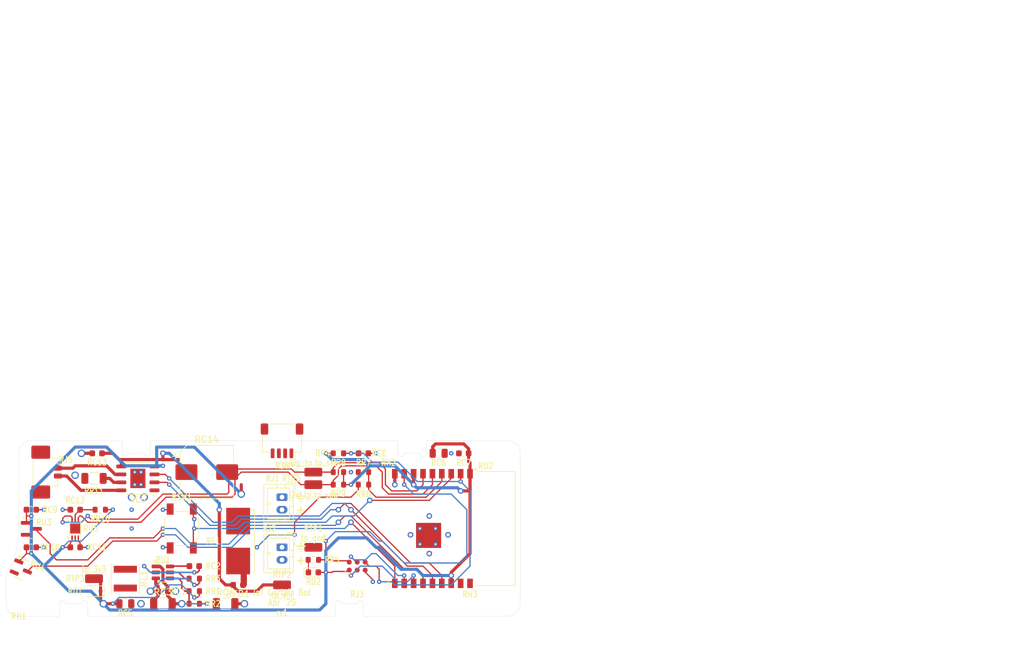
<source format=kicad_pcb>
(kicad_pcb (version 20240108) (generator "pcbnew") (generator_version "8.0")
  (layers (0 "F.Cu" signal "Front") (31 "B.Cu" signal "Back") (34 "B.Paste" user) (35 "F.Paste" user) (36 "B.SilkS" user "B.Silkscreen") (37 "F.SilkS" user "F.Silkscreen") (38 "B.Mask" user) (39 "F.Mask" user) (44 "Edge.Cuts" user))
  (net 0 "")
  (net 1 "Rgnd")
  (net 2 "Rvin")
  (net 3 "Rv3v3")
  (net 4 "Rdrv.ic.isen")
  (net 5 "Rreg_3v3.fb.output")
  (net 6 "Rreg_3v3.en_res.b")
  (net 7 "Rvin_sense.output")
  (net 8 "Rledr.res.a")
  (net 9 "Rmcu.program_boot_node")
  (net 10 "Rmcu.program_en_node")
  (net 11 "Rals.dvi_res.b")
  (net 12 "Rdrv.in2")
  (net 13 "Rsw.out")
  (net 14 "Rmcu.program_uart_node.a_tx")
  (net 15 "Renca.out")
  (net 16 "Rencb.out")
  (net 17 "Rdrv.in1")
  (net 18 "Rmcu.program_uart_node.b_tx")
  (net 19 "Rreg_3v3.boot_cap.pos")
  (net 20 "Rreg_3v3.boot_cap.neg")
  (net 21 "Rdrv.out1")
  (net 22 "Rdrv.out2")
  (net 23 "Rvin_raw")
  (net 24 "Ri2c_chain_0.sda")
  (net 25 "Ri2c_chain_0.scl")
  (net 26 "Rfuse.pwr_out")
  (footprint "edg:TestPoint_TE_RCT_0805" (layer "F.Cu") (at 111 109)
    (property "Reference" "RTP2")
    (property "Value" "tp_vin")
  )
  (footprint "Capacitor_SMD:C_0603_1608Metric" (layer "F.Cu") (at 140 88 180)
    (property "Reference" "RC7")
    (property "Value" "mcu.vcc_cap1")
  )
  (footprint "Package_TO_SOT_SMD:HVSOF6" (layer "F.Cu") (at 78 100 90)
    (property "Reference" "RU5")
    (property "Value" "als.ic")
  )
  (footprint "Package_TO_SOT_SMD:SOT-23-6" (layer "F.Cu") (at 92 107)
    (property "Reference" "RU1")
    (property "Value" "reg_3v3.ic")
  )
  (footprint "Inductor_SMD:L_0603_1608Metric" (layer "F.Cu") (at 104 109 180)
    (property "Reference" "RFB1")
    (property "Value" "ferrite")
  )
  (footprint "Resistor_SMD:R_0603_1608Metric" (layer "F.Cu") (at 116 105)
    (property "Reference" "RR5")
    (property "Value" "ledr.res")
  )
  (footprint "Resistor_SMD:R_0603_1608Metric" (layer "F.Cu") (at 124 91 180)
    (property "Reference" "RR7")
    (property "Value" "vin_sense.bottom_res")
  )
  (footprint "Resistor_SMD:R_0603_1608Metric" (layer "F.Cu") (at 120 93 180)
    (property "Reference" "RR9")
    (property "Value" "i2c_pull.sda_res")
  )
  (footprint "Fuse:Fuseholder_Littelfuse_Nano2_154x" (layer "F.Cu") (at 104 102 -90)
    (property "Reference" "RF1")
    (property "Value" "fuse")
  )
  (footprint "Capacitor_SMD:C_0603_1608Metric" (layer "F.Cu") (at 97 106)
    (property "Reference" "RC2")
    (property "Value" "reg_3v3.boot_cap")
  )
  (footprint "edg:JlcToolingHole_1.152mm" (layer "F.Cu") (at 141 112)
    (property "Reference" "RH3")
    (property "Value" "jlc_th.th3")
  )
  (footprint "Resistor_SMD:R_0603_1608Metric" (layer "F.Cu") (at 82 97 180)
    (property "Reference" "RR10")
    (property "Value" "als.dvi_res")
  )
  (footprint "Capacitor_SMD:C_0603_1608Metric" (layer "F.Cu") (at 124 88)
    (property "Reference" "RC8")
    (property "Value" "mcu.en_pull.c")
  )
  (footprint "Resistor_SMD:R_0603_1608Metric" (layer "F.Cu") (at 120 91 180)
    (property "Reference" "RR8")
    (property "Value" "i2c_pull.scl_res")
  )
  (footprint "Connector_Molex:Molex_PicoBlade_53398-0271_1x02-1MP_P1.25mm_Vertical" (layer "F.Cu") (at 74 91 -90)
    (property "Reference" "RJ5")
    (property "Value" "motor")
  )
  (footprint "RF_Module:ESP-WROOM-02" (layer "F.Cu") (at 135 100 -90)
    (property "Reference" "RU2")
    (property "Value" "mcu.ic")
  )
  (footprint "Capacitor_SMD:C_0603_1608Metric" (layer "F.Cu") (at 71 97)
    (property "Reference" "RC9")
    (property "Value" "enca.cin")
  )
  (footprint "Capacitor_SMD:C_0603_1608Metric" (layer "F.Cu") (at 78 103)
    (property "Reference" "RC11")
    (property "Value" "als.vcc_cap")
  )
  (footprint "Capacitor_SMD:C_0603_1608Metric" (layer "F.Cu") (at 81.5 88 180)
    (property "Reference" "RC13")
    (property "Value" "drv.vm_cap0")
  )
  (footprint "Resistor_SMD:R_0603_1608Metric" (layer "F.Cu") (at 97 108 180)
    (property "Reference" "RR3")
    (property "Value" "reg_3v3.en_res")
  )
  (footprint "Resistor_SMD:R_0603_1608Metric" (layer "F.Cu") (at 120 88)
    (property "Reference" "RR4")
    (property "Value" "mcu.en_pull.r")
  )
  (footprint "Button_Switch_SMD:SW_SPST_SKQG_WithoutStem" (layer "F.Cu") (at 95 100 -90)
    (property "Reference" "RSW1")
    (property "Value" "sw")
  )
  (footprint "Diode_SMD:D_SOD-323" (layer "F.Cu") (at 81 110 180)
    (property "Reference" "RD1")
    (property "Value" "prot_3v3")
  )
  (footprint "Connector:Tag-Connect_TC2030-IDC-FP_2x03_P1.27mm_Vertical" (layer "F.Cu") (at 123 106)
    (property "Reference" "RJ3")
    (property "Value" "mcu.prog")
  )
  (footprint "Capacitor_SMD:C_0805_2012Metric" (layer "F.Cu") (at 86 112)
    (property "Reference" "RC5")
    (property "Value" "reg_3v3.power_path.out_cap")
  )
  (footprint "Connector_JST:JST_SH_SM04B-SRSS-TB_1x04-1MP_P1.00mm_Horizontal" (layer "F.Cu") (at 111 86 180)
    (property "Reference" "RJ4")
    (property "Value" "qwiic")
  )
  (footprint "Resistor_SMD:R_0603_1608Metric" (layer "F.Cu") (at 124 93)
    (property "Reference" "RR6")
    (property "Value" "vin_sense.top_res")
  )
  (footprint "edg:TestPoint_TE_RCT_0805" (layer "F.Cu") (at 81 108)
    (property "Reference" "RTP3")
    (property "Value" "tp_3v3")
  )
  (footprint "edg:JlcToolingHole_1.152mm" (layer "F.Cu") (at 128 88)
    (property "Reference" "RH2")
    (property "Value" "jlc_th.th2")
  )
  (footprint "Capacitor_SMD:C_0603_1608Metric" (layer "F.Cu") (at 92 110)
    (property "Reference" "RC1")
    (property "Value" "reg_3v3.hf_in_cap")
  )
  (footprint "Capacitor_SMD:C_1206_3216Metric" (layer "F.Cu") (at 102 112)
    (property "Reference" "RC4")
    (property "Value" "reg_3v3.power_path.in_cap.c[1]")
  )
  (footprint "Capacitor_SMD:C_0603_1608Metric" (layer "F.Cu") (at 78 97 180)
    (property "Reference" "RC12")
    (property "Value" "als.dvi_cap")
  )
  (footprint "edg:JlcToolingHole_1.152mm" (layer "F.Cu") (at 69 112)
    (property "Reference" "RH1")
    (property "Value" "jlc_th.th1")
  )
  (footprint "edg:TestPoint_TE_RCT_0805" (layer "F.Cu") (at 116 91)
    (property "Reference" "RTP4")
    (property "Value" "i2c_tp.tp_scl")
  )
  (footprint "edg:TestPoint_TE_RCT_0805" (layer "F.Cu") (at 116 103)
    (property "Reference" "RTP1")
    (property "Value" "tp_gnd")
  )
  (footprint "Connector_JST:JST_PH_B2B-PH-K_1x02_P2.00mm_Vertical" (layer "F.Cu") (at 111 95 -90)
    (property "Reference" "RJ1")
    (property "Value" "pwr")
  )
  (footprint "LED_SMD:LED_0603_1608Metric" (layer "F.Cu") (at 116 107)
    (property "Reference" "RD2")
    (property "Value" "ledr.package")
  )
  (footprint "Capacitor_SMD:CP_Elec_8x10" (layer "F.Cu") (at 99 91)
    (property "Reference" "RC14")
    (property "Value" "drv.vm_cap1")
  )
  (footprint "Capacitor_SMD:C_1206_3216Metric" (layer "F.Cu") (at 92 112)
    (property "Reference" "RC3")
    (property "Value" "reg_3v3.power_path.in_cap.c[0]")
  )
  (footprint "Inductor_SMD:L_Sunlord_SWPA4030S" (layer "F.Cu") (at 86 108 -90)
    (property "Reference" "RL1")
    (property "Value" "reg_3v3.power_path.inductor")
  )
  (footprint "edg:TestPoint_TE_RCT_0805" (layer "F.Cu") (at 116 93)
    (property "Reference" "RTP5")
    (property "Value" "i2c_tp.tp_sda")
  )
  (footprint "Package_SO:HSOP-8-1EP_3.9x4.9mm_P1.27mm_EP2.41x3.1mm" (layer "F.Cu") (at 88 92 180)
    (property "Reference" "RU6")
    (property "Value" "drv.ic")
  )
  (footprint "Resistor_SMD:R_0603_1608Metric" (layer "F.Cu") (at 97 112)
    (property "Reference" "RR2")
    (property "Value" "reg_3v3.fb.bottom_res")
  )
  (footprint "Connector_JST:JST_PH_B2B-PH-K_1x02_P2.00mm_Vertical" (layer "F.Cu") (at 111 103 -90)
    (property "Reference" "RJ2")
    (property "Value" "pwr_out")
  )
  (footprint "Capacitor_SMD:C_0603_1608Metric" (layer "F.Cu") (at 71 103)
    (property "Reference" "RC10")
    (property "Value" "encb.cin")
  )
  (footprint "Capacitor_SMD:C_0805_2012Metric" (layer "F.Cu") (at 136 88)
    (property "Reference" "RC6")
    (property "Value" "mcu.vcc_cap0")
  )
  (footprint "Resistor_SMD:R_1206_3216Metric" (layer "F.Cu") (at 81 92)
    (property "Reference" "RR11")
    (property "Value" "drv.isen_res")
  )
  (footprint "Resistor_SMD:R_0603_1608Metric" (layer "F.Cu") (at 97 110 180)
    (property "Reference" "RR1")
    (property "Value" "reg_3v3.fb.top_res")
  )
  (footprint "Package_TO_SOT_SMD:SOT-23" (layer "F.Cu") (at 71 100.05)
    (property "Reference" "RU3")
    (property "Value" "enca.ic")
  )
  (footprint "Package_TO_SOT_SMD:SOT-23" (layer "F.Cu") (at 69.5 106.5 -22.5)
    (property "Reference" "RU4")
    (property "Value" "encb.ic")
  )
  (gr_arc (start 147 86) (mid 148.414214 86.585786) (end 149 88) (stroke (width 0.0381)) (layer "Edge.Cuts"))
  (gr_line (start 80 112) (end 80 114) (stroke (width 0.0381)) (layer "Edge.Cuts"))
  (gr_arc (start 69 114) (mid 67.585786 113.414214) (end 67 112) (stroke (width 0.0381)) (layer "Edge.Cuts"))
  (gr_line (start 124 114) (end 147 114) (stroke (width 0.0381)) (layer "Edge.Cuts"))
  (gr_line (start 119.5 112) (end 119.5 114) (stroke (width 0.0381)) (layer "Edge.Cuts"))
  (gr_line (start 75.5 112) (end 75.5 114) (stroke (width 0.0381)) (layer "Edge.Cuts"))
  (gr_line (start 149 88) (end 149 112) (stroke (width 0.0381)) (layer "Edge.Cuts"))
  (gr_line (start 129.5 86) (end 129.5 88) (stroke (width 0.0381)) (layer "Edge.Cuts"))
  (gr_line (start 85.5 86) (end 85.5 88) (stroke (width 0.0381)) (layer "Edge.Cuts"))
  (gr_line (start 123 112) (end 120.5 112) (stroke (width 0.0381)) (layer "Edge.Cuts"))
  (gr_arc (start 149 112) (mid 148.414214 113.414214) (end 147 114) (stroke (width 0.0381)) (layer "Edge.Cuts"))
  (gr_line (start 69 88) (end 69 100) (stroke (width 0.0381)) (layer "Edge.Cuts"))
  (gr_line (start 134 86) (end 134 88) (stroke (width 0.0381)) (layer "Edge.Cuts"))
  (gr_arc (start 75.5 112) (mid 76 111.5) (end 76.5 112) (stroke (width 0.0381)) (layer "Edge.Cuts"))
  (gr_line (start 80 114) (end 119.5 114) (stroke (width 0.0381)) (layer "Edge.Cuts"))
  (gr_arc (start 90 88) (mid 89.5 88.5) (end 89 88) (stroke (width 0.0381)) (layer "Edge.Cuts"))
  (gr_line (start 67 107.211103) (end 67 112) (stroke (width 0.0381)) (layer "Edge.Cuts"))
  (gr_line (start 69 114) (end 75.5 114) (stroke (width 0.0381)) (layer "Edge.Cuts"))
  (gr_line (start 124 112) (end 124 114) (stroke (width 0.0381)) (layer "Edge.Cuts"))
  (gr_arc (start 130.5 88) (mid 130 88.5) (end 129.5 88) (stroke (width 0.0381)) (layer "Edge.Cuts"))
  (gr_arc (start 69 100) (mid 68.490738 103.741658) (end 67 107.211103) (stroke (width 0.0381)) (layer "Edge.Cuts"))
  (gr_arc (start 123 112) (mid 123.5 111.5) (end 124 112) (stroke (width 0.0381)) (layer "Edge.Cuts"))
  (gr_arc (start 69 88) (mid 69.585786 86.585786) (end 71 86) (stroke (width 0.0381)) (layer "Edge.Cuts"))
  (gr_arc (start 134 88) (mid 133.5 88.5) (end 133 88) (stroke (width 0.0381)) (layer "Edge.Cuts"))
  (gr_arc (start 86.5 88) (mid 86 88.5) (end 85.5 88) (stroke (width 0.0381)) (layer "Edge.Cuts"))
  (gr_line (start 129.5 86) (end 90 86) (stroke (width 0.0381)) (layer "Edge.Cuts"))
  (gr_arc (start 119.5 112) (mid 120 111.5) (end 120.5 112) (stroke (width 0.0381)) (layer "Edge.Cuts"))
  (gr_line (start 86.5 88) (end 89 88) (stroke (width 0.0381)) (layer "Edge.Cuts"))
  (gr_line (start 90 86) (end 90 88) (stroke (width 0.0381)) (layer "Edge.Cuts"))
  (gr_line (start 79 112) (end 76.5 112) (stroke (width 0.0381)) (layer "Edge.Cuts"))
  (gr_line (start 85.5 86) (end 71 86) (stroke (width 0.0381)) (layer "Edge.Cuts"))
  (gr_arc (start 79 112) (mid 79.5 111.5) (end 80 112) (stroke (width 0.0381)) (layer "Edge.Cuts"))
  (gr_line (start 130.5 88) (end 133 88) (stroke (width 0.0381)) (layer "Edge.Cuts"))
  (gr_line (start 147 86) (end 134 86) (stroke (width 0.0381)) (layer "Edge.Cuts"))
  (gr_text "IoT Curtain Bot\nApr '25\nrv1" (at 111 114 0) (layer "F.SilkS") (effects (font (size 1 0.8) (thickness 0.15) (bold yes)) (justify bottom)))
  (gr_text "+" (at 114 105 0) (layer "F.SilkS") (effects (font (size 1.5 1.5) (thickness 0.2))))
  (gr_text "+" (at 114 97 0) (layer "F.SilkS") (effects (font (size 1.5 1.5) (thickness 0.2))))
  (gr_text "⏚" (at 114 103 0) (layer "F.SilkS") (effects (font (size 1.5 1.5) (thickness 0.2))))
  (gr_text "⏚" (at 114 95 0) (layer "F.SilkS") (effects (font (size 1.5 1.5) (thickness 0.2))))
  (segment (start 92.775 110) (end 94 110) (width 0.5) (layer "F.Cu") (net 1))
  (segment (start 92 103) (end 93.05 103) (width 0.2) (layer "F.Cu") (net 1))
  (segment (start 92 106.5) (end 92 108.5) (width 0.5) (layer "F.Cu") (net 1))
  (segment (start 88 91.5) (end 88.5 91) (width 0.2) (layer "F.Cu") (net 1))
  (segment (start 134.39 101.1) (end 134.1 101.1) (width 0.2) (layer "F.Cu") (net 1))
  (segment (start 92 97) (end 93.05 97) (width 0.2) (layer "F.Cu") (net 1))
  (segment (start 92.775 109.275) (end 92.775 110) (width 0.5) (layer "F.Cu") (net 1))
  (segment (start 78.5 102) (end 78 102) (width 0.2) (layer "F.Cu") (net 1))
  (segment (start 90.8625 106.05) (end 91.55 106.05) (width 0.5) (layer "F.Cu") (net 1))
  (segment (start 88 92.5) (end 88.5 93) (width 0.2) (layer "F.Cu") (net 1))
  (segment (start 71.775 97) (end 73 97) (width 0.2) (layer "F.Cu") (net 1))
  (segment (start 134.39 101.39) (end 135.5 102.5) (width 0.2) (layer "F.Cu") (net 1))
  (segment (start 124.27 106.635) (end 124.27 106.947092) (width 0.2) (layer "F.Cu") (net 1))
  (segment (start 129 91.25) (end 129 93) (width 0.5) (layer "F.Cu") (net 1))
  (segment (start 91.55 106.05) (end 92 106.5) (width 0.5) (layer "F.Cu") (net 1))
  (segment (start 88 91.5) (end 87.5 91) (width 0.2) (layer "F.Cu") (net 1))
  (segment (start 88 92) (end 88 91.5) (width 0.2) (layer "F.Cu") (net 1))
  (segment (start 105 112) (end 103.475 112) (width 0.5) (layer "F.Cu") (net 1))
  (segment (start 88 92) (end 88 92.5) (width 0.2) (layer "F.Cu") (net 1))
  (segment (start 134.1 101.1) (end 133 100) (width 0.2) (layer "F.Cu") (net 1))
  (segment (start 78.775 103) (end 78.775 102.5) (width 0.2) (layer "F.Cu") (net 1))
  (segment (start 134.39 101.11) (end 133 102.5) (width 0.2) (layer "F.Cu") (net 1))
  (segment (start 77.225 97) (end 76 97) (width 0.2) (layer "F.Cu") (net 1))
  (segment (start 97.825 112) (end 99 112) (width 0.2) (layer "F.Cu") (net 1))
  (segment (start 78 101.38) (end 78 102) (width 0.2) (layer "F.Cu") (net 1))
  (segment (start 78.775 102.275) (end 78.775 102.5) (width 0.2) (layer "F.Cu") (net 1))
  (segment (start 71.775 103) (end 73 103) (width 0.2) (layer "F.Cu") (net 1))
  (segment (start 134.4 101.1) (end 135.5 100) (width 0.2) (layer "F.Cu") (net 1))
  (segment (start 92 108.5) (end 92.775 109.275) (width 0.5) (layer "F.Cu") (net 1))
  (segment (start 93.05 97) (end 93.15 96.9) (width 0.2) (layer "F.Cu") (net 1))
  (segment (start 134.39 101.1) (end 134.39 101.11) (width 0.2) (layer "F.Cu") (net 1))
  (segment (start 79 88) (end 80 88) (width 0.5) (layer "F.Cu") (net 1))
  (segment (start 134.39 101.1) (end 134.4 101.1) (width 0.2) (layer "F.Cu") (net 1))
  (segment (start 95 112) (end 93.475 112) (width 0.5) (layer "F.Cu") (net 1))
  (segment (start 126 88) (end 124.775 88) (width 0.2) (layer "F.Cu") (net 1))
  (segment (start 93.05 103) (end 93.15 103.1) (width 0.2) (layer "F.Cu") (net 1))
  (segment (start 78.775 103) (end 80 103) (width 0.2) (layer "F.Cu") (net 1))
  (segment (start 78.5 102) (end 78.775 102.275) (width 0.2) (layer "F.Cu") (net 1))
  (segment (start 80 88) (end 80.725 88) (width 0.5) (layer "F.Cu") (net 1))
  (segment (start 92.775 110.775) (end 92.775 110) (width 0.5) (layer "F.Cu") (net 1))
  (segment (start 88 92.5) (end 87.5 93) (width 0.2) (layer "F.Cu") (net 1))
  (segment (start 124.27 106.947092) (end 125.5 108.177092) (width 0.2) (layer "F.Cu") (net 1))
  (segment (start 78.5 102) (end 78.5 101.38) (width 0.2) (layer "F.Cu") (net 1))
  (segment (start 93.475 111.475) (end 92.775 110.775) (width 0.5) (layer "F.Cu") (net 1))
  (segment (start 125.5 108.177092) (end 125.5 108.5) (width 0.2) (layer "F.Cu") (net 1))
  (segment (start 134.39 101.1) (end 134.39 101.39) (width 0.2) (layer "F.Cu") (net 1))
  (via (at 92 103) (size 0.7) (drill 0.3) (layers "F.Cu" "B.Cu") (net 1))
  (via (at 73 103) (size 0.7) (drill 0.3) (layers "F.Cu" "B.Cu") (net 1))
  (via (at 88.5 91) (size 0.7) (drill 0.3) (layers "F.Cu" "B.Cu") (net 1))
  (via (at 73 97) (size 0.7) (drill 0.3) (layers "F.Cu" "B.Cu") (net 1))
  (via (at 87.5 93) (size 0.7) (drill 0.3) (layers "F.Cu" "B.Cu") (net 1))
  (via (at 95 112) (size 1.2) (drill 0.8) (layers "F.Cu" "B.Cu") (net 1))
  (via (at 137.5 101) (size 0.9) (drill 0.5) (layers "F.Cu" "B.Cu") (net 1))
  (via (at 138 88) (size 0.7) (drill 0.3) (layers "F.Cu" "B.Cu") (net 1))
  (via (at 125.5 108.5) (size 0.7) (drill 0.3) (layers "F.Cu" "B.Cu") (net 1))
  (via (at 92 97) (size 0.7) (drill 0.3) (layers "F.Cu" "B.Cu") (net 1))
  (via (at 88.5 112) (size 1.2) (drill 0.8) (layers "F.Cu" "B.Cu") (net 1))
  (via (at 135.5 100) (size 0.7) (drill 0.3) (layers "F.Cu" "B.Cu") (net 1))
  (via (at 89 95) (size 1.2) (drill 0.8) (layers "F.Cu" "B.Cu") (net 1))
  (via (at 134.5 98) (size 0.9) (drill 0.5) (layers "F.Cu" "B.Cu") (net 1))
  (via (at 126 88) (size 0.7) (drill 0.3) (layers "F.Cu" "B.Cu") (net 1))
  (via (at 87 95) (size 1.2) (drill 0.8) (layers "F.Cu" "B.Cu") (net 1))
  (via (at 122 91) (size 0.7) (drill 0.3) (layers "F.Cu" "B.Cu") (net 1))
  (via (at 129 93) (size 0.9) (drill 0.5) (layers "F.Cu" "B.Cu") (net 1))
  (via (at 133 100) (size 0.7) (drill 0.3) (layers "F.Cu" "B.Cu") (net 1))
  (via (at 135.5 102.5) (size 0.7) (drill 0.3) (layers "F.Cu" "B.Cu") (net 1))
  (via (at 80 103) (size 0.7) (drill 0.3) (layers "F.Cu" "B.Cu") (net 1))
  (via (at 131.5 101) (size 0.9) (drill 0.5) (layers "F.Cu" "B.Cu") (net 1))
  (via (at 87 97) (size 0.7) (drill 0.3) (layers "F.Cu" "B.Cu") (net 1))
  (via (at 133 102.5) (size 0.7) (drill 0.3) (layers "F.Cu" "B.Cu") (net 1))
  (via (at 94 110) (size 1.2) (drill 0.8) (layers "F.Cu" "B.Cu") (net 1))
  (via (at 79 88) (size 1.2) (drill 0.8) (layers "F.Cu" "B.Cu") (net 1))
  (via (at 134.5 104) (size 0.9) (drill 0.5) (layers "F.Cu" "B.Cu") (net 1))
  (via (at 105 112) (size 1.2) (drill 0.8) (layers "F.Cu" "B.Cu") (net 1))
  (via (at 87 100) (size 0.7) (drill 0.3) (layers "F.Cu" "B.Cu") (net 1))
  (via (at 87.5 91) (size 0.7) (drill 0.3) (layers "F.Cu" "B.Cu") (net 1))
  (via (at 76 97) (size 0.7) (drill 0.3) (layers "F.Cu" "B.Cu") (net 1))
  (via (at 88.5 93) (size 0.7) (drill 0.3) (layers "F.Cu" "B.Cu") (net 1))
  (via (at 99 112) (size 0.7) (drill 0.3) (layers "F.Cu" "B.Cu") (net 1))
  (via (at 77.985508 91.499261) (size 1.2) (drill 0.8) (layers "F.Cu" "B.Cu") (net 1))
  (segment (start 99 112) (end 95 112) (width 0.2) (layer "B.Cu") (net 1))
  (segment (start 103.2125 109.2125) (end 104 110) (width 0.5) (layer "F.Cu") (net 2))
  (segment (start 123.175 93.825) (end 123.175 93) (width 0.2) (layer "F.Cu") (net 2))
  (segment (start 85.35 90.095) (end 85.905 90.095) (width 0.5) (layer "F.Cu") (net 2))
  (segment (start 101 108) (end 102 109) (width 0.5) (layer "F.Cu") (net 2))
  (segment (start 113 99) (end 117 95) (width 0.2) (layer "F.Cu") (net 2))
  (segment (start 90.525 111.475) (end 91.225 110.775) (width 0.5) (layer "F.Cu") (net 2))
  (segment (start 104 110) (end 107 110) (width 0.5) (layer "F.Cu") (net 2))
  (segment (start 117 95) (end 122 95) (width 0.2) (layer "F.Cu") (net 2))
  (segment (start 85.35 90.095) (end 85.35 89) (width 0.5) (layer "F.Cu") (net 2))
  (segment (start 97.5 109) (end 97 109) (width 0.25) (layer "F.Cu") (net 2))
  (segment (start 97.825 108) (end 97.825 108.675) (width 0.25) (layer "F.Cu") (net 2))
  (segment (start 103.2125 109) (end 103.2125 109.2125) (width 0.5) (layer "F.Cu") (net 2))
  (segment (start 84 88) (end 85 89) (width 0.5) (layer "F.Cu") (net 2))
  (segment (start 97.825 108.675) (end 97.5 109) (width 0.25) (layer "F.Cu") (net 2))
  (segment (start 92 89) (end 94.5 89) (width 0.5) (layer "F.Cu") (net 2))
  (segment (start 102 109) (end 103.2125 109) (width 0.5) (layer "F.Cu") (net 2))
  (segment (start 90.8625 108.8625) (end 91.225 109.225) (width 0.5) (layer "F.Cu") (net 2))
  (segment (start 85 89) (end 94.5 89) (width 0.5) (layer "F.Cu") (net 2))
  (segment (start 92 88) (end 92 89) (width 0.5) (layer "F.Cu") (net 2))
  (segment (start 107 110) (end 108 109) (width 0.5) (layer "F.Cu") (net 2))
  (segment (start 91.225 110.775) (end 91.225 110) (width 0.5) (layer "F.Cu") (net 2))
  (segment (start 90 110) (end 91.225 110) (width 0.5) (layer "F.Cu") (net 2))
  (segment (start 101 97) (end 101 108) (width 0.5) (layer "F.Cu") (net 2))
  (segment (start 113 101) (end 113 99) (width 0.2) (layer "F.Cu") (net 2))
  (segment (start 91.225 109.225) (end 91.225 110) (width 0.5) (layer "F.Cu") (net 2))
  (segment (start 108 109) (end 111 109) (width 0.5) (layer "F.Cu") (net 2))
  (segment (start 90.8625 107.95) (end 90.8625 108.8625) (width 0.5) (layer "F.Cu") (net 2))
  (segment (start 82.275 88) (end 84 88) (width 0.5) (layer "F.Cu") (net 2))
  (segment (start 122 95) (end 123.175 93.825) (width 0.2) (layer "F.Cu") (net 2))
  (via (at 97 109) (size 0.7) (drill 0.3) (layers "F.Cu" "B.Cu") (net 2))
  (via (at 107 103) (size 0.7) (drill 0.3) (layers "F.Cu" "B.Cu") (net 2))
  (via (at 101 97) (size 0.9) (drill 0.5) (layers "F.Cu" "B.Cu") (net 2))
  (via (at 113 101) (size 0.7) (drill 0.3) (layers "F.Cu" "B.Cu") (net 2))
  (via (at 92 88) (size 0.9) (drill 0.5) (layers "F.Cu" "B.Cu") (net 2))
  (via (at 90 110) (size 1.2) (drill 0.8) (layers "F.Cu" "B.Cu") (net 2))
  (segment (start 93 88) (end 92 88) (width 0.5) (layer "B.Cu") (net 2))
  (segment (start 101 97) (end 101 96) (width 0.5) (layer "B.Cu") (net 2))
  (segment (start 92 108) (end 90 110) (width 0.25) (layer "B.Cu") (net 2))
  (segment (start 96 108) (end 92 108) (width 0.25) (layer "B.Cu") (net 2))
  (segment (start 97 109) (end 96 108) (width 0.25) (layer "B.Cu") (net 2))
  (segment (start 113 101) (end 109 101) (width 0.2) (layer "B.Cu") (net 2))
  (segment (start 101 96) (end 93 88) (width 0.5) (layer "B.Cu") (net 2))
  (segment (start 109 101) (end 107 103) (width 0.2) (layer "B.Cu") (net 2))
  (segment (start 70.26096 104) (end 70.225 104.03596) (width 0.2) (layer "F.Cu") (net 3))
  (segment (start 77.225 103) (end 76 103) (width 0.2) (layer "F.Cu") (net 3))
  (segment (start 70.225 104.03596) (end 68.997412 105.263548) (width 0.2) (layer "F.Cu") (net 3))
  (segment (start 121.5157 106.8493) (end 119.1507 106.8493) (width 0.2) (layer "F.Cu") (net 3))
  (segment (start 138 108.75) (end 138 107.5) (width 0.5) (layer "F.Cu") (net 3))
  (segment (start 140.775 89.275) (end 141 89.5) (width 0.5) (layer "F.Cu") (net 3))
  (segment (start 119 107) (end 116.7875 107) (width 0.2) (layer "F.Cu") (net 3))
  (segment (start 82.5 112) (end 84 112) (width 0.5) (layer "F.Cu") (net 3))
  (segment (start 70.225 103) (end 70.225 104.03596) (width 0.2) (layer "F.Cu") (net 3))
  (segment (start 70.225 97) (end 70.225 97.225) (width 0.2) (layer "F.Cu") (net 3))
  (segment (start 90.65 90.095) (end 91.905 90.095) (width 0.2) (layer "F.Cu") (net 3))
  (segment (start 82.05 108.05) (end 82 108) (width 0.5) (layer "F.Cu") (net 3))
  (segment (start 139.5 94) (end 141 94) (width 0.5) (layer "F.Cu") (net 3))
  (segment (start 77.5 102) (end 77.5 101.38) (width 0.2) (layer "F.Cu") (net 3))
  (segment (start 119.1507 106.8493) (end 119 107) (width 0.2) (layer "F.Cu") (net 3))
  (segment (start 135.5 86.5) (end 140 86.5) (width 0.5) (layer "F.Cu") (net 3))
  (segment (start 135.05 88) (end 135.05 86.95) (width 0.5) (layer "F.Cu") (net 3))
  (segment (start 97.825 110) (end 97.825 110.675) (width 0.2) (layer "F.Cu") (net 3))
  (segment (start 77.225 103) (end 77.225 102.275) (width 0.2) (layer "F.Cu") (net 3))
  (segment (start 141 89.5) (end 141 91.25) (width 0.5) (layer "F.Cu") (net 3))
  (segment (start 77.225 102.275) (end 77.5 102) (width 0.2) (layer "F.Cu") (net 3))
  (segment (start 140.775 87.275) (end 140 86.5) (width 0.5) (layer "F.Cu") (net 3))
  (segment (start 138 107.5) (end 138 107) (width 0.5) (layer "F.Cu") (net 3))
  (segment (start 82.825 97) (end 84 97) (width 0.2) (layer "F.Cu") (net 3))
  (segment (start 97.5 111) (end 97 111) (width 0.2) (layer "F.Cu") (net 3))
  (segment (start 82.05 111.55) (end 82.05 108.05) (width 0.5) (layer "F.Cu") (net 3))
  (segment (start 70.225 98) (end 70.225 98.9375) (width 0.2) (layer "F.Cu") (net 3))
  (segment (start 132 91.25) (end 132 93) (width 0.5) (layer "F.Cu") (net 3))
  (segment (start 71 104) (end 70.26096 104) (width 0.2) (layer "F.Cu") (net 3))
  (segment (start 104.5 94.5) (end 104.5 93) (width 0.5) (layer "F.Cu") (net 3))
  (segment (start 82.5 112) (end 82.05 111.55) (width 0.5) (layer "F.Cu") (net 3))
  (segment (start 135.05 86.95) (end 135.5 86.5) (width 0.5) (layer "F.Cu") (net 3))
  (segment (start 140.775 88) (end 140.775 87.275) (width 0.5) (layer "F.Cu") (net 3))
  (segment (start 120.825 91) (end 120.825 93) (width 0.2) (layer "F.Cu") (net 3))
  (segment (start 70.225 97) (end 70.225 98) (width 0.2) (layer "F.Cu") (net 3))
  (segment (start 122 93) (end 120.825 93) (width 0.2) (layer "F.Cu") (net 3))
  (segment (start 121.73 106.635) (end 121.5157 106.8493) (width 0.2) (layer "F.Cu") (net 3))
  (segment (start 138 107) (end 141 104) (width 0.5) (layer "F.Cu") (net 3))
  (segment (start 141 94) (end 141 91.25) (width 0.5) (layer "F.Cu") (net 3))
  (segment (start 91.905 90.095) (end 92 90) (width 0.2) (layer "F.Cu") (net 3))
  (segment (start 70.225 98.9375) (end 70.0625 99.1) (width 0.2) (layer "F.Cu") (net 3))
  (segment (start 71 98) (end 70.225 98) (width 0.2) (layer "F.Cu") (net 3))
  (segment (start 118 88) (end 119.175 88) (width 0.2) (layer "F.Cu") (net 3))
  (segment (start 140.775 88) (end 140.775 89.275) (width 0.5) (layer "F.Cu") (net 3))
  (segment (start 141 104) (end 141 91.25) (width 0.5) (layer "F.Cu") (net 3))
  (segment (start 84 112) (end 85.05 112) (width 0.5) (layer "F.Cu") (net 3))
  (segment (start 97.825 110.675) (end 97.5 111) (width 0.2) (layer "F.Cu") (net 3))
  (via (at 132 93) (size 0.9) (drill 0.5) (layers "F.Cu" "B.Cu") (net 3))
  (via (at 138 107.5) (size 0.9) (drill 0.5) (layers "F.Cu" "B.Cu") (net 3))
  (via (at 118 107) (size 0.7) (drill 0.3) (layers "F.Cu" "B.Cu") (net 3))
  (via (at 139.5 94) (size 0.9) (drill 0.5) (layers "F.Cu" "B.Cu") (net 3))
  (via (at 76 103) (size 0.7) (drill 0.3) (layers "F.Cu" "B.Cu") (net 3))
  (via (at 92 90) (size 0.7) (drill 0.3) (layers "F.Cu" "B.Cu") (net 3))
  (via (at 97 111) (size 0.7) (drill 0.3) (layers "F.Cu" "B.Cu") (net 3))
  (via (at 84 97) (size 0.7) (drill 0.3) (layers "F.Cu" "B.Cu") (net 3))
  (via (at 104.5 94.5) (size 1.2) (drill 0.8) (layers "F.Cu" "B.Cu") (net 3))
  (via (at 84 112) (size 0.7) (drill 0.3) (layers "F.Cu" "B.Cu") (net 3))
  (via (at 82.5 112) (size 1.2) (drill 0.8) (layers "F.Cu" "B.Cu") (net 3))
  (via (at 122 93) (size 0.7) (drill 0.3) (layers "F.Cu" "B.Cu") (net 3))
  (via (at 71 98) (size 0.7) (drill 0.3) (layers "F.Cu" "B.Cu") (net 3))
  (via (at 118 88) (size 0.7) (drill 0.3) (layers "F.Cu" "B.Cu") (net 3))
  (via (at 71 104) (size 0.7) (drill 0.3) (layers "F.Cu" "B.Cu") (net 3))
  (segment (start 97 87) (end 104.5 94.5) (width 0.5) (layer "B.Cu") (net 3))
  (segment (start 91 87) (end 97 87) (width 0.5) (layer "B.Cu") (net 3))
  (segment (start 91 90) (end 91 87) (width 0.5) (layer "B.Cu") (net 3))
  (segment (start 132.5 106.5) (end 133.5 107.5) (width 0.5) (layer "B.Cu") (net 3))
  (segment (start 132.5 93.5) (end 132 93) (width 0.5) (layer "B.Cu") (net 3))
  (segment (start 130 106.5) (end 132.5 106.5) (width 0.5) (layer "B.Cu") (net 3))
  (segment (start 125 90) (end 124 89) (width 0.5) (layer "B.Cu") (net 3))
  (segment (start 132 93) (end 129 90) (width 0.5) (layer "B.Cu") (net 3))
  (segment (start 91 111) (end 85 111) (width 0.2) (layer "B.Cu") (net 3))
  (segment (start 118 107) (end 118 103.5) (width 0.5) (layer "B.Cu") (net 3))
  (segment (start 129 90) (end 125 90) (width 0.5) (layer "B.Cu") (net 3))
  (segment (start 124.5 101.5) (end 126 103) (width 0.5) (layer "B.Cu") (net 3))
  (segment (start 126 103) (end 126.5 103) (width 0.5) (layer "B.Cu") (net 3))
  (segment (start 91 90) (end 92 90) (width 0.5) (layer "B.Cu") (net 3))
  (segment (start 71 94) (end 78 87) (width 0.5) (layer "B.Cu") (net 3))
  (segment (start 80.5 110) (end 82.5 112) (width 0.5) (layer "B.Cu") (net 3))
  (segment (start 124 89) (end 119 89) (width 0.5) (layer "B.Cu") (net 3))
  (segment (start 71 104) (end 71 99) (width 0.5) (layer "B.Cu") (net 3))
  (segment (start 117 113) (end 83.5 113) (width 0.5) (layer "B.Cu") (net 3))
  (segment (start 120 101.5) (end 124.5 101.5) (width 0.5) (layer "B.Cu") (net 3))
  (segment (start 76 103) (end 77 102) (width 0.2) (layer "B.Cu") (net 3))
  (segment (start 133.5 107.5) (end 138 107.5) (width 0.5) (layer "B.Cu") (net 3))
  (segment (start 76 103) (end 73 106) (width 0.5) (layer "B.Cu") (net 3))
  (segment (start 79 102) (end 84 97) (width 0.2) (layer "B.Cu") (net 3))
  (segment (start 71 99) (end 71 98) (width 0.5) (layer "B.Cu") (net 3))
  (segment (start 71 99) (end 71 94) (width 0.5) (layer "B.Cu") (net 3))
  (segment (start 139.5 94) (end 139 93.5) (width 0.5) (layer "B.Cu") (net 3))
  (segment (start 83 87) (end 86 90) (width 0.5) (layer "B.Cu") (net 3))
  (segment (start 125 90) (end 122 93) (width 0.5) (layer "B.Cu") (net 3))
  (segment (start 71 104) (end 73 106) (width 0.5) (layer "B.Cu") (net 3))
  (segment (start 97 111) (end 95 109) (width 0.2) (layer "B.Cu") (net 3))
  (segment (start 77 102) (end 79 102) (width 0.2) (layer "B.Cu") (net 3))
  (segment (start 126.5 103) (end 130 106.5) (width 0.5) (layer "B.Cu") (net 3))
  (segment (start 77 110) (end 80.5 110) (width 0.5) (layer "B.Cu") (net 3))
  (segment (start 93 109) (end 91 111) (width 0.2) (layer "B.Cu") (net 3))
  (segment (start 119 89) (end 118 88) (width 0.5) (layer "B.Cu") (net 3))
  (segment (start 95 109) (end 93 109) (width 0.2) (layer "B.Cu") (net 3))
  (segment (start 85 111) (end 84 112) (width 0.2) (layer "B.Cu") (net 3))
  (segment (start 73 106) (end 77 110) (width 0.5) (layer "B.Cu") (net 3))
  (segment (start 86 90) (end 91 90) (width 0.5) (layer "B.Cu") (net 3))
  (segment (start 118 103.5) (end 120 101.5) (width 0.5) (layer "B.Cu") (net 3))
  (segment (start 83.5 113) (end 82.5 112) (width 0.5) (layer "B.Cu") (net 3))
  (segment (start 118 112) (end 117 113) (width 0.5) (layer "B.Cu") (net 3))
  (segment (start 139 93.5) (end 132.5 93.5) (width 0.5) (layer "B.Cu") (net 3))
  (segment (start 118 107) (end 118 112) (width 0.5) (layer "B.Cu") (net 3))
  (segment (start 78 87) (end 83 87) (width 0.5) (layer "B.Cu") (net 3))
  (segment (start 82.4625 92) (end 83.5 92) (width 0.5) (layer "F.Cu") (net 4))
  (segment (start 83.5 92) (end 84.135 92.635) (width 0.5) (layer "F.Cu") (net 4))
  (segment (start 84.135 92.635) (end 85.35 92.635) (width 0.5) (layer "F.Cu") (net 4))
  (segment (start 96.175 112) (end 96.175 110) (width 0.25) (layer "F.Cu") (net 5))
  (segment (start 95.5 110) (end 95 109.5) (width 0.25) (layer "F.Cu") (net 5))
  (segment (start 96.175 110) (end 95.5 110) (width 0.25) (layer "F.Cu") (net 5))
  (segment (start 95 109.5) (end 95 108.5) (width 0.25) (layer "F.Cu") (net 5))
  (segment (start 95 108.5) (end 94.45 107.95) (width 0.25) (layer "F.Cu") (net 5))
  (segment (start 94.45 107.95) (end 93.1375 107.95) (width 0.25) (layer "F.Cu") (net 5))
  (segment (start 96.175 108) (end 95.5 108) (width 0.25) (layer "F.Cu") (net 6))
  (segment (start 95.5 108) (end 94.5 107) (width 0.25) (layer "F.Cu") (net 6))
  (segment (start 94.5 107) (end 93.1375 107) (width 0.25) (layer "F.Cu") (net 6))
  (segment (start 134 95) (end 126 95) (width 0.2) (layer "F.Cu") (net 7))
  (segment (start 136.5 91.25) (end 136.5 92.5) (width 0.2) (layer "F.Cu") (net 7))
  (segment (start 136.5 92.5) (end 134 95) (width 0.2) (layer "F.Cu") (net 7))
  (segment (start 124.825 93.825) (end 124.825 93) (width 0.2) (layer "F.Cu") (net 7))
  (segment (start 126 95) (end 124.825 93.825) (width 0.2) (layer "F.Cu") (net 7))
  (segment (start 124.825 91) (end 124.825 93) (width 0.2) (layer "F.Cu") (net 7))
  (segment (start 115.2125 105.0375) (end 115.175 105) (width 0.15) (layer "F.Cu") (net 8))
  (segment (start 115.2125 107) (end 115.2125 105.0375) (width 0.15) (layer "F.Cu") (net 8))
  (segment (start 119 105) (end 116.825 105) (width 0.2) (layer "F.Cu") (net 9))
  (segment (start 118 105) (end 116.825 105) (width 0.2) (layer "F.Cu") (net 9))
  (segment (start 121.5157 105.1507) (end 119.1507 105.1507) (width 0.2) (layer "F.Cu") (net 9))
  (segment (start 130.5 93) (end 130.5 91.25) (width 0.2) (layer "F.Cu") (net 9))
  (segment (start 119.1507 105.1507) (end 119 105) (width 0.2) (layer "F.Cu") (net 9))
  (segment (start 118 102) (end 118 105) (width 0.2) (layer "F.Cu") (net 9))
  (segment (start 121.73 105.365) (end 121.5157 105.1507) (width 0.2) (layer "F.Cu") (net 9))
  (via (at 130.5 93) (size 0.7) (drill 0.3) (layers "F.Cu" "B.Cu") (net 9))
  (via (at 118 102) (size 0.7) (drill 0.3) (layers "F.Cu" "B.Cu") (net 9))
  (segment (start 118 102) (end 119.5 100.5) (width 0.2) (layer "B.Cu") (net 9))
  (segment (start 140.5 104.5) (end 140.5 97) (width 0.2) (layer "B.Cu") (net 9))
  (segment (start 138 94.5) (end 132 94.5) (width 0.2) (layer "B.Cu") (net 9))
  (segment (start 126.5 102) (end 127 102) (width 0.2) (layer "B.Cu") (net 9))
  (segment (start 119.5 100.5) (end 125 100.5) (width 0.2) (layer "B.Cu") (net 9))
  (segment (start 139.5 105.5) (end 140.5 104.5) (width 0.2) (layer "B.Cu") (net 9))
  (segment (start 132 94.5) (end 130.5 93) (width 0.2) (layer "B.Cu") (net 9))
  (segment (start 127 102) (end 130.5 105.5) (width 0.2) (layer "B.Cu") (net 9))
  (segment (start 140.5 97) (end 138 94.5) (width 0.2) (layer "B.Cu") (net 9))
  (segment (start 130.5 105.5) (end 139.5 105.5) (width 0.2) (layer "B.Cu") (net 9))
  (segment (start 125 100.5) (end 126.5 102) (width 0.2) (layer "B.Cu") (net 9))
  (segment (start 120.825 88) (end 123.225 88) (width 0.2) (layer "F.Cu") (net 10))
  (segment (start 126 106) (end 126.5 106.5) (width 0.2) (layer "F.Cu") (net 10))
  (segment (start 139.5 92.5) (end 139.5 91.25) (width 0.2) (layer "F.Cu") (net 10))
  (segment (start 126.5 106.5) (end 126.5 108.5) (width 0.2) (layer "F.Cu") (net 10))
  (segment (start 124.27 105.365) (end 124.905 106) (width 0.2) (layer "F.Cu") (net 10))
  (segment (start 124.905 106) (end 126 106) (width 0.2) (layer "F.Cu") (net 10))
  (via (at 126.5 108.5) (size 0.7) (drill 0.3) (layers "F.Cu" "B.Cu") (net 10))
  (via (at 122 88) (size 0.7) (drill 0.3) (layers "F.Cu" "B.Cu") (net 10))
  (via (at 139.5 92.5) (size 0.7) (drill 0.3) (layers "F.Cu" "B.Cu") (net 10))
  (segment (start 126.5 108.5) (end 128.5 108.5) (width 0.2) (layer "B.Cu") (net 10))
  (segment (start 141 94) (end 139.5 92.5) (width 0.2) (layer "B.Cu") (net 10))
  (segment (start 139.25 107.75) (end 141 106) (width 0.2) (layer "B.Cu") (net 10))
  (segment (start 128.5 108.5) (end 129 109) (width 0.2) (layer "B.Cu") (net 10))
  (segment (start 125.4 89.4) (end 124 88) (width 0.2) (layer "B.Cu") (net 10))
  (segment (start 129 109) (end 138 109) (width 0.2) (layer "B.Cu") (net 10))
  (segment (start 132.6 92.5) (end 129.5 89.4) (width 0.2) (layer "B.Cu") (net 10))
  (segment (start 129.5 89.4) (end 125.4 89.4) (width 0.2) (layer "B.Cu") (net 10))
  (segment (start 141 106) (end 141 94) (width 0.2) (layer "B.Cu") (net 10))
  (segment (start 124 88) (end 122 88) (width 0.2) (layer "B.Cu") (net 10))
  (segment (start 138 109) (end 139.25 107.75) (width 0.2) (layer "B.Cu") (net 10))
  (segment (start 139.5 92.5) (end 132.6 92.5) (width 0.2) (layer "B.Cu") (net 10))
  (segment (start 78 97.775) (end 78.775 97) (width 0.2) (layer "F.Cu") (net 11))
  (segment (start 78.775 97) (end 81.175 97) (width 0.2) (layer "F.Cu") (net 11))
  (segment (start 78 98.62) (end 78 97.775) (width 0.2) (layer "F.Cu") (net 11))
  (segment (start 92.635 92.635) (end 90.65 92.635) (width 0.2) (layer "F.Cu") (net 12))
  (segment (start 122 96) (end 121 96) (width 0.2) (layer "F.Cu") (net 12))
  (segment (start 136.5 107.5) (end 134.5 105.5) (width 0.2) (layer "F.Cu") (net 12))
  (segment (start 131.5 105.5) (end 122 96) (width 0.2) (layer "F.Cu") (net 12))
  (segment (start 136.5 108.75) (end 136.5 107.5) (width 0.2) (layer "F.Cu") (net 12))
  (segment (start 121 96) (end 120 97) (width 0.2) (layer "F.Cu") (net 12))
  (segment (start 93 93) (end 92.635 92.635) (width 0.2) (layer "F.Cu") (net 12))
  (segment (start 134.5 105.5) (end 131.5 105.5) (width 0.2) (layer "F.Cu") (net 12))
  (via (at 93 93) (size 0.7) (drill 0.3) (layers "F.Cu" "B.Cu") (net 12))
  (via (at 120 97) (size 0.9) (drill 0.5) (layers "F.Cu" "B.Cu") (net 12))
  (segment (start 103.5 99.5) (end 104.5 98.5) (width 0.2) (layer "B.Cu") (net 12))
  (segment (start 104.5 98.5) (end 117.25 98.5) (width 0.2) (layer "B.Cu") (net 12))
  (segment (start 117.25 98.5) (end 118.75 97) (width 0.2) (layer "B.Cu") (net 12))
  (segment (start 93 93) (end 99.5 99.5) (width 0.2) (layer "B.Cu") (net 12))
  (segment (start 118.75 97) (end 120 97) (width 0.2) (layer "B.Cu") (net 12))
  (segment (start 99.5 99.5) (end 103.5 99.5) (width 0.2) (layer "B.Cu") (net 12))
  (segment (start 97 100) (end 96.85 100.15) (width 0.2) (layer "F.Cu") (net 13))
  (segment (start 97 98.5) (end 96.85 98.35) (width 0.2) (layer "F.Cu") (net 13))
  (segment (start 138 91.25) (end 138 92) (width 0.2) (layer "F.Cu") (net 13))
  (segment (start 134.5 95.5) (end 125 95.5) (width 0.2) (layer "F.Cu") (net 13))
  (segment (start 96.85 100.15) (end 96.85 103.1) (width 0.2) (layer "F.Cu") (net 13))
  (segment (start 96.85 98.35) (end 96.85 96.9) (width 0.2) (layer "F.Cu") (net 13))
  (segment (start 138 92) (end 134.5 95.5) (width 0.2) (layer "F.Cu") (net 13))
  (via (at 97 98.5) (size 0.7) (drill 0.3) (layers "F.Cu" "B.Cu") (net 13))
  (via (at 97 100) (size 0.7) (drill 0.3) (layers "F.Cu" "B.Cu") (net 13))
  (via (at 125 95.5) (size 0.9) (drill 0.5) (layers "F.Cu" "B.Cu") (net 13))
  (segment (start 97 100) (end 97 98.5) (width 0.2) (layer "B.Cu") (net 13))
  (segment (start 104 100) (end 105 99) (width 0.2) (layer "B.Cu") (net 13))
  (segment (start 97 100) (end 104 100) (width 0.2) (layer "B.Cu") (net 13))
  (segment (start 118 99) (end 119 98) (width 0.2) (layer "B.Cu") (net 13))
  (segment (start 119 98) (end 122.5 98) (width 0.2) (layer "B.Cu") (net 13))
  (segment (start 122.5 98) (end 125 95.5) (width 0.2) (layer "B.Cu") (net 13))
  (segment (start 105 99) (end 118 99) (width 0.2) (layer "B.Cu") (net 13))
  (segment (start 122.865 106.635) (end 122 107.5) (width 0.2) (layer "F.Cu") (net 14))
  (segment (start 123 106.635) (end 122.865 106.635) (width 0.2) (layer "F.Cu") (net 14))
  (segment (start 132 107.5) (end 132 108.75) (width 0.2) (layer "F.Cu") (net 14))
  (via (at 132 107.5) (size 0.7) (drill 0.3) (layers "F.Cu" "B.Cu") (net 14))
  (via (at 122 107.5) (size 0.7) (drill 0.3) (layers "F.Cu" "B.Cu") (net 14))
  (segment (start 123.5 106) (end 127 106) (width 0.2) (layer "B.Cu") (net 14))
  (segment (start 129.5 108.5) (end 131 108.5) (width 0.2) (layer "B.Cu") (net 14))
  (segment (start 127 106) (end 129.5 108.5) (width 0.2) (layer "B.Cu") (net 14))
  (segment (start 122 107.5) (end 123.5 106) (width 0.2) (layer "B.Cu") (net 14))
  (segment (start 131 108.5) (end 132 107.5) (width 0.2) (layer "B.Cu") (net 14))
  (segment (start 133.5 107.5) (end 132.5 106.5) (width 0.2) (layer "F.Cu") (net 15))
  (segment (start 74 104) (end 75 105) (width 0.2) (layer "F.Cu") (net 15))
  (segment (start 132.5 106.5) (end 130.5 106.5) (width 0.2) (layer "F.Cu") (net 15))
  (segment (start 83.5 101.5) (end 85 101.5) (width 0.2) (layer "F.Cu") (net 15))
  (segment (start 74 102.5) (end 74 104) (width 0.2) (layer "F.Cu") (net 15))
  (segment (start 71.9375 100.05) (end 71.9375 100.4375) (width 0.2) (layer "F.Cu") (net 15))
  (segment (start 133.5 108.75) (end 133.5 107.5) (width 0.2) (layer "F.Cu") (net 15))
  (segment (start 130.5 106.5) (end 122 98) (width 0.2) (layer "F.Cu") (net 15))
  (segment (start 90.5 101.5) (end 92 100) (width 0.2) (layer "F.Cu") (net 15))
  (segment (start 122 98) (end 121 98) (width 0.2) (layer "F.Cu") (net 15))
  (segment (start 80 105) (end 83.5 101.5) (width 0.2) (layer "F.Cu") (net 15))
  (segment (start 71.9375 100.4375) (end 74 102.5) (width 0.2) (layer "F.Cu") (net 15))
  (segment (start 75 105) (end 80 105) (width 0.2) (layer "F.Cu") (net 15))
  (segment (start 121 98) (end 120 99) (width 0.2) (layer "F.Cu") (net 15))
  (segment (start 85 101.5) (end 90.5 101.5) (width 0.2) (layer "F.Cu") (net 15))
  (via (at 120 99) (size 0.9) (drill 0.5) (layers "F.Cu" "B.Cu") (net 15))
  (via (at 92 100) (size 0.7) (drill 0.3) (layers "F.Cu" "B.Cu") (net 15))
  (segment (start 119.5 99.5) (end 105.5 99.5) (width 0.2) (layer "B.Cu") (net 15))
  (segment (start 120 99) (end 119.5 99.5) (width 0.2) (layer "B.Cu") (net 15))
  (segment (start 94 100) (end 92 100) (width 0.2) (layer "B.Cu") (net 15))
  (segment (start 102.5 102.5) (end 96.5 102.5) (width 0.2) (layer "B.Cu") (net 15))
  (segment (start 105.5 99.5) (end 102.5 102.5) (width 0.2) (layer "B.Cu") (net 15))
  (segment (start 96.5 102.5) (end 94 100) (width 0.2) (layer "B.Cu") (net 15))
  (segment (start 129 106) (end 123 100) (width 0.2) (layer "F.Cu") (net 16))
  (segment (start 80 106) (end 84 102) (width 0.2) (layer "F.Cu") (net 16))
  (segment (start 91 102) (end 92 101) (width 0.2) (layer "F.Cu") (net 16))
  (segment (start 123 100) (end 122 99) (width 0.2) (layer "F.Cu") (net 16))
  (segment (start 71.224902 106) (end 80 106) (width 0.2) (layer "F.Cu") (net 16))
  (segment (start 70.366137 106.858765) (end 71.224902 106) (width 0.2) (layer "F.Cu") (net 16))
  (segment (start 129 108.75) (end 129 106) (width 0.2) (layer "F.Cu") (net 16))
  (segment (start 84 102) (end 91 102) (width 0.2) (layer "F.Cu") (net 16))
  (via (at 122 99) (size 0.9) (drill 0.5) (layers "F.Cu" "B.Cu") (net 16))
  (via (at 92 101) (size 0.7) (drill 0.3) (layers "F.Cu" "B.Cu") (net 16))
  (segment (start 96 103) (end 94 101) (width 0.2) (layer "B.Cu") (net 16))
  (segment (start 122 99) (end 121 100) (width 0.2) (layer "B.Cu") (net 16))
  (segment (start 103 103) (end 96 103) (width 0.2) (layer "B.Cu") (net 16))
  (segment (start 94 101) (end 92 101) (width 0.2) (layer "B.Cu") (net 16))
  (segment (start 121 100) (end 106 100) (width 0.2) (layer "B.Cu") (net 16))
  (segment (start 106 100) (end 103 103) (width 0.2) (layer "B.Cu") (net 16))
  (segment (start 133.5 106) (end 135 107.5) (width 0.2) (layer "F.Cu") (net 17))
  (segment (start 135 107.5) (end 135 108.75) (width 0.2) (layer "F.Cu") (net 17))
  (segment (start 122 97) (end 131 106) (width 0.2) (layer "F.Cu") (net 17))
  (segment (start 92.365 91.365) (end 90.65 91.365) (width 0.2) (layer "F.Cu") (net 17))
  (segment (start 131 106) (end 133.5 106) (width 0.2) (layer "F.Cu") (net 17))
  (segment (start 93 92) (end 92.365 91.365) (width 0.2) (layer "F.Cu") (net 17))
  (via (at 93 92) (size 0.7) (drill 0.3) (layers "F.Cu" "B.Cu") (net 17))
  (via (at 122 97) (size 0.9) (drill 0.5) (layers "F.Cu" "B.Cu") (net 17))
  (segment (start 103 99) (end 104 98) (width 0.2) (layer "B.Cu") (net 17))
  (segment (start 121 96) (end 122 97) (width 0.2) (layer "B.Cu") (net 17))
  (segment (start 117 98) (end 119 96) (width 0.2) (layer "B.Cu") (net 17))
  (segment (start 93 92) (end 100 99) (width 0.2) (layer "B.Cu") (net 17))
  (segment (start 100 99) (end 103 99) (width 0.2) (layer "B.Cu") (net 17))
  (segment (start 119 96) (end 121 96) (width 0.2) (layer "B.Cu") (net 17))
  (segment (start 104 98) (end 117 98) (width 0.2) (layer "B.Cu") (net 17))
  (segment (start 130.5 107.5) (end 130.5 108.75) (width 0.2) (layer "F.Cu") (net 18))
  (segment (start 122.865 105.365) (end 122 104.5) (width 0.2) (layer "F.Cu") (net 18))
  (segment (start 123 105.365) (end 122.865 105.365) (width 0.2) (layer "F.Cu") (net 18))
  (via (at 130.5 107.5) (size 0.7) (drill 0.3) (layers "F.Cu" "B.Cu") (net 18))
  (via (at 122 104.5) (size 0.7) (drill 0.3) (layers "F.Cu" "B.Cu") (net 18))
  (segment (start 122.995061 105) (end 122.5 105) (width 0.2) (layer "B.Cu") (net 18))
  (segment (start 125.322908 104) (end 124.321458 105.00145) (width 0.2) (layer "B.Cu") (net 18))
  (segment (start 122.996511 105.00145) (end 122.995061 105) (width 0.2) (layer "B.Cu") (net 18))
  (segment (start 126 104) (end 125.322908 104) (width 0.2) (layer "B.Cu") (net 18))
  (segment (start 122.5 105) (end 122 104.5) (width 0.2) (layer "B.Cu") (net 18))
  (segment (start 124.321458 105.00145) (end 122.996511 105.00145) (width 0.2) (layer "B.Cu") (net 18))
  (segment (start 130.5 107.5) (end 129.5 107.5) (width 0.2) (layer "B.Cu") (net 18))
  (segment (start 129.5 107.5) (end 126 104) (width 0.2) (layer "B.Cu") (net 18))
  (segment (start 96.225 106) (end 93.1875 106) (width 0.25) (layer "F.Cu") (net 19))
  (segment (start 97.5 107) (end 97 107) (width 0.25) (layer "F.Cu") (net 20))
  (segment (start 97.5 107) (end 97.775 106.725) (width 0.25) (layer "F.Cu") (net 20))
  (segment (start 97.775 106.725) (end 97.775 106) (width 0.25) (layer "F.Cu") (net 20))
  (via (at 97 107) (size 0.7) (drill 0.3) (layers "F.Cu" "B.Cu") (net 20))
  (via (at 89 106) (size 0.7) (drill 0.3) (layers "F.Cu" "B.Cu") (net 20))
  (segment (start 89 106) (end 90 107) (width 0.25) (layer "B.Cu") (net 20))
  (segment (start 90 107) (end 97 107) (width 0.25) (layer "B.Cu") (net 20))
  (segment (start 75.25 90.375) (end 77.625 90.375) (width 0.5) (layer "F.Cu") (net 21))
  (segment (start 83 90) (end 84.365 91.365) (width 0.5) (layer "F.Cu") (net 21))
  (segment (start 84.365 91.365) (end 85.35 91.365) (width 0.5) (layer "F.Cu") (net 21))
  (segment (start 78 90) (end 83 90) (width 0.5) (layer "F.Cu") (net 21))
  (segment (start 77.625 90.375) (end 78 90) (width 0.5) (layer "F.Cu") (net 21))
  (segment (start 78.905 93.905) (end 85.35 93.905) (width 0.5) (layer "F.Cu") (net 22))
  (segment (start 76.625 91.625) (end 78.905 93.905) (width 0.5) (layer "F.Cu") (net 22))
  (segment (start 75.25 91.625) (end 76.625 91.625) (width 0.5) (layer "F.Cu") (net 22))
  (segment (start 126 90) (end 127 91) (width 0.2) (layer "F.Cu") (net 24))
  (segment (start 92.5 95) (end 103 95) (width 0.2) (layer "F.Cu") (net 24))
  (segment (start 120 90.5) (end 120.5 90) (width 0.2) (layer "F.Cu") (net 24))
  (segment (start 119.175 92.325) (end 120 91.5) (width 0.2) (layer "F.Cu") (net 24))
  (segment (start 127 93.5) (end 128 94.5) (width 0.2) (layer "F.Cu") (net 24))
  (segment (start 88.5 99) (end 92.5 95) (width 0.2) (layer "F.Cu") (net 24))
  (segment (start 79 98) (end 80 99) (width 0.2) (layer "F.Cu") (net 24))
  (segment (start 103.5 92) (end 104.5 91) (width 0.2) (layer "F.Cu") (net 24))
  (segment (start 104.5 91) (end 112 91) (width 0.2) (layer "F.Cu") (net 24))
  (segment (start 78.75 98) (end 79 98) (width 0.2) (layer "F.Cu") (net 24))
  (segment (start 112 91) (end 114 93) (width 0.2) (layer "F.Cu") (net 24))
  (segment (start 120 91.5) (end 120 90.5) (width 0.2) (layer "F.Cu") (net 24))
  (segment (start 135 93) (end 135 91.25) (width 0.2) (layer "F.Cu") (net 24))
  (segment (start 103 95) (end 103.5 94.5) (width 0.2) (layer "F.Cu") (net 24))
  (segment (start 78.5 98.62) (end 78.5 98.25) (width 0.2) (layer "F.Cu") (net 24))
  (segment (start 103.5 93) (end 103.5 92) (width 0.2) (layer "F.Cu") (net 24))
  (segment (start 127 91) (end 127 93.5) (width 0.2) (layer "F.Cu") (net 24))
  (segment (start 119.175 93) (end 119.175 92.325) (width 0.2) (layer "F.Cu") (net 24))
  (segment (start 133.5 94.5) (end 135 93) (width 0.2) (layer "F.Cu") (net 24))
  (segment (start 120.5 90) (end 126 90) (width 0.2) (layer "F.Cu") (net 24))
  (segment (start 114 93) (end 119.175 93) (width 0.2) (layer "F.Cu") (net 24))
  (segment (start 128 94.5) (end 133.5 94.5) (width 0.2) (layer "F.Cu") (net 24))
  (segment (start 103.5 94.5) (end 103.5 93) (width 0.2) (layer "F.Cu") (net 24))
  (segment (start 80 99) (end 88.5 99) (width 0.2) (layer "F.Cu") (net 24))
  (segment (start 78.5 98.25) (end 78.75 98) (width 0.2) (layer "F.Cu") (net 24))
  (segment (start 76 98.3875) (end 76 99) (width 0.2) (layer "F.Cu") (net 25))
  (segment (start 102.5 94.244842) (end 102.5 93) (width 0.2) (layer "F.Cu") (net 25))
  (segment (start 80 98) (end 80.5 98.5) (width 0.2) (layer "F.Cu") (net 25))
  (segment (start 112.5 90.5) (end 113 91) (width 0.2) (layer "F.Cu") (net 25))
  (segment (start 88 98.5) (end 92 94.5) (width 0.2) (layer "F.Cu") (net 25))
  (segment (start 102.5 93) (end 102.5 92) (width 0.2) (layer "F.Cu") (net 25))
  (segment (start 102.244842 94.5) (end 102.5 94.244842) (width 0.2) (layer "F.Cu") (net 25))
  (segment (start 127.5 90.5) (end 127.5 93) (width 0.2) (layer "F.Cu") (net 25))
  (segment (start 76.3875 98) (end 76 98.3875) (width 0.2) (layer "F.Cu") (net 25))
  (segment (start 113 91) (end 119.175 91) (width 0.2) (layer "F.Cu") (net 25))
  (segment (start 127.5 93) (end 128.5 94) (width 0.2) (layer "F.Cu") (net 25))
  (segment (start 92 94.5) (end 102.244842 94.5) (width 0.2) (layer "F.Cu") (net 25))
  (segment (start 80.5 98.5) (end 88 98.5) (width 0.2) (layer "F.Cu") (net 25))
  (segment (start 133.5 93) (end 133.5 91.25) (width 0.2) (layer "F.Cu") (net 25))
  (segment (start 102.5 92) (end 104 90.5) (width 0.2) (layer "F.Cu") (net 25))
  (segment (start 77.5 98.25) (end 77.25 98) (width 0.2) (layer "F.Cu") (net 25))
  (segment (start 119.175 90.325) (end 120 89.5) (width 0.2) (layer "F.Cu") (net 25))
  (segment (start 77.5 98.62) (end 77.5 98.25) (width 0.2) (layer "F.Cu") (net 25))
  (segment (start 126.5 89.5) (end 127.5 90.5) (width 0.2) (layer "F.Cu") (net 25))
  (segment (start 120 89.5) (end 126.5 89.5) (width 0.2) (layer "F.Cu") (net 25))
  (segment (start 77.25 98) (end 76.3875 98) (width 0.2) (layer "F.Cu") (net 25))
  (segment (start 132.5 94) (end 133.5 93) (width 0.2) (layer "F.Cu") (net 25))
  (segment (start 128.5 94) (end 132.5 94) (width 0.2) (layer "F.Cu") (net 25))
  (segment (start 104 90.5) (end 112.5 90.5) (width 0.2) (layer "F.Cu") (net 25))
  (segment (start 119.175 91) (end 119.175 90.325) (width 0.2) (layer "F.Cu") (net 25))
  (via (at 76 99) (size 0.7) (drill 0.3) (layers "F.Cu" "B.Cu") (net 25))
  (via (at 80 98) (size 0.7) (drill 0.3) (layers "F.Cu" "B.Cu") (net 25))
  (segment (start 76 99) (end 79 99) (width 0.2) (layer "B.Cu") (net 25))
  (segment (start 79 99) (end 80 98) (width 0.2) (layer "B.Cu") (net 25))
  (segment (start 104.9 108.8875) (end 104.9 104.812208) (width 1) (layer "F.Cu") (net 26))
  (segment (start 104.9 104.812208) (end 104.543896 104.456104) (width 1) (layer "F.Cu") (net 26))
  (segment (start 104.7875 109) (end 104.9 108.8875) (width 1) (layer "F.Cu") (net 26))
)
</source>
